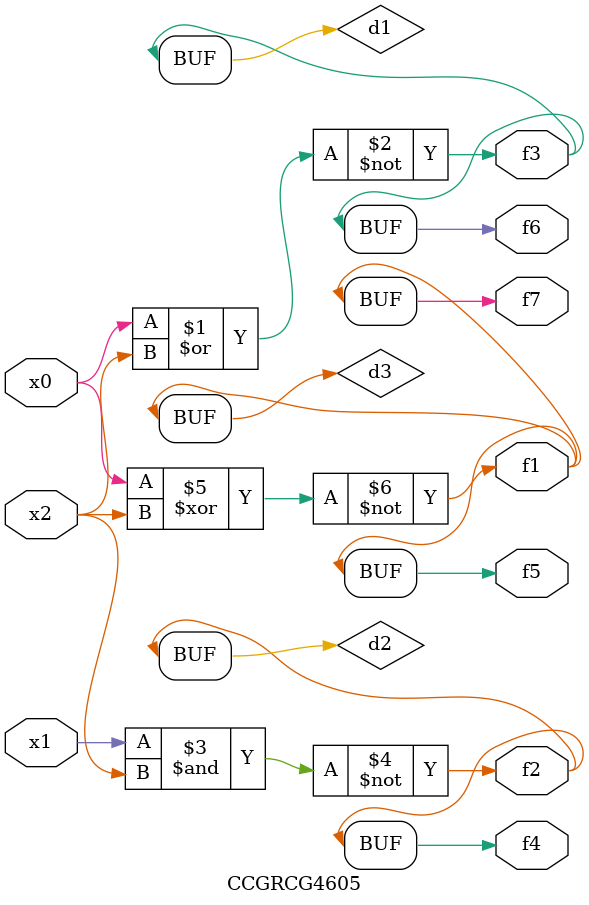
<source format=v>
module CCGRCG4605(
	input x0, x1, x2,
	output f1, f2, f3, f4, f5, f6, f7
);

	wire d1, d2, d3;

	nor (d1, x0, x2);
	nand (d2, x1, x2);
	xnor (d3, x0, x2);
	assign f1 = d3;
	assign f2 = d2;
	assign f3 = d1;
	assign f4 = d2;
	assign f5 = d3;
	assign f6 = d1;
	assign f7 = d3;
endmodule

</source>
